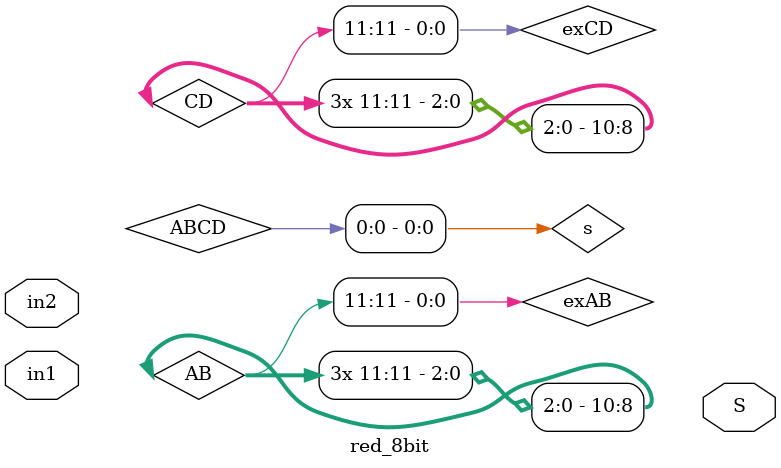
<source format=sv>
module red_8bit(S, in1, in2);

input [15:0] in1, in2; 
output[15:0] S;

wire[11:0] AB, CD, ABCD;

wire G_AB_0, G_AB_1, G_CD_0, G_CD_1, G_ABCD_0, G_ABCD_1;
wire C_AB_1, C_AB_2, C_CD_1, C_CD_2, C_ABCD_1, C_ABCD_2;
wire P_AB_1, P_CD_1, P_ABCD_1;
wire exAB, exCD;

//add a and b
CLA_4bit AB1(.A(in1[3:0]), .B(in2[3:0]), .Cin(1'b0), .S(AB[3:0]), .P(), .G(G_AB_0), .Ovfl());
CLA_4bit AB2(.A(in1[7:4]), .B(in2[7:4]), .Cin(C_AB_1), .S(AB[7:4]), .P(), .G(G_AB_1), .Ovfl());
assign exAB = C_AB_2 ^ in1[7] ^ in2[7];
assign AB[11:8] = {4{exAB}};


CLA_4bit CD1(.A(in1[11:8]), .B(in2[11:8]), .Cin(1'b0), .S(CD[3:0]), .P(), .G(G_CD_0), .Ovfl());
CLA_4bit CD2(.A(in1[15:12]), .B(in2[15:12]), .Cin(C_CD_1), .S(CD[7:4]), .P(), .G(G_CD_1), .Ovfl());
assign exCD = C_CD_2 ^ in1[15] ^ in2[15];
assign CD[11:8] = {4{exCD}};

CLA_4bit ABCD0(.A(AB[3:0]), .B(CD[3:0]), .Cin(1'b0), .S(ABCD[3:0]), .P(), .G(G_ABCD_0), .Ovfl());
CLA_4bit ABCD1(.A(AB[7:4]), .B(CD[7:4]), .Cin(C_ABCD_1), .S(AB[7:4]), .P(), .G(G_ABCD_1), .Ovfl());
CLA_4bit ABCD2(.A(AB[11:8]), .B(CD[11:8]), .Cin(C_ABCD_2), .S(ABCD[11:8]), .P(), .G(), .Ovfl());




assign C_AB_1 = G_AB_0;
assign C_AB_2 = G_AB_1 | (G_AB_0 & P_AB_1);


assign C_CD_1 = G_CD_0;
assign C_CD_2 = G_CD_1 | (G_CD_0 & P_CD_1);


assign C_ABCD_1 = G_ABCD_0;
assign C_ABCD_2 = G_ABCD_1 | (G_ABCD_0 & P_ABCD_1);


assign s = {{4{ABCD[11]}}, ABCD};


endmodule

</source>
